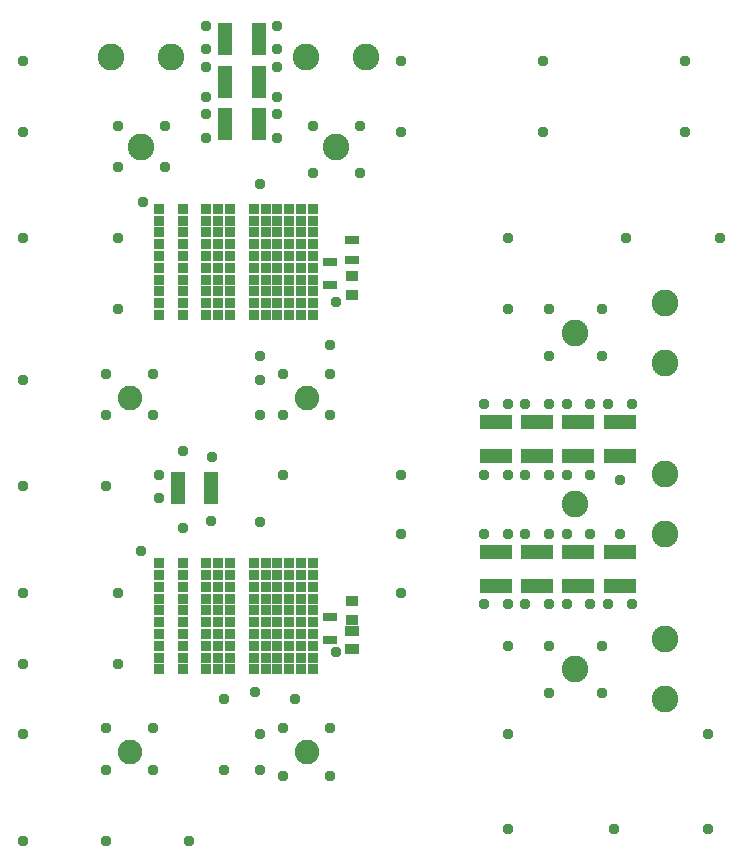
<source format=gbr>
G04 EAGLE Gerber RS-274X export*
G75*
%MOMM*%
%FSLAX34Y34*%
%LPD*%
%INSoldermask Top*%
%IPPOS*%
%AMOC8*
5,1,8,0,0,1.08239X$1,22.5*%
G01*
%ADD10R,1.143000X0.756400*%
%ADD11R,1.264400X2.692400*%
%ADD12R,0.812800X0.812800*%
%ADD13C,2.260600*%
%ADD14R,1.193800X0.911200*%
%ADD15R,1.003197X0.953200*%
%ADD16R,1.016000X0.959600*%
%ADD17R,1.203200X0.753200*%
%ADD18C,2.082800*%
%ADD19R,2.692400X1.264400*%
%ADD20C,0.959600*%


D10*
X330000Y549751D03*
X330000Y530249D03*
D11*
X240804Y738800D03*
X269196Y738800D03*
X240804Y702600D03*
X269196Y702600D03*
X240804Y666400D03*
X269196Y666400D03*
D12*
X315000Y505000D03*
X305000Y505000D03*
X295000Y505000D03*
X285000Y505000D03*
X275000Y505000D03*
X265000Y505000D03*
X245000Y505000D03*
X235000Y505000D03*
X225000Y505000D03*
X205000Y505000D03*
X185000Y505000D03*
X315000Y515000D03*
X305000Y515000D03*
X295000Y515000D03*
X285000Y515000D03*
X275000Y515000D03*
X265000Y515000D03*
X245000Y515000D03*
X235000Y515000D03*
X225000Y515000D03*
X205000Y515000D03*
X185000Y515000D03*
X315000Y525000D03*
X305000Y525000D03*
X295000Y525000D03*
X285000Y525000D03*
X275000Y525000D03*
X265000Y525000D03*
X245000Y525000D03*
X235000Y525000D03*
X225000Y525000D03*
X205000Y525000D03*
X185000Y525000D03*
X315000Y535000D03*
X305000Y535000D03*
X295000Y535000D03*
X285000Y535000D03*
X275000Y535000D03*
X265000Y535000D03*
X245000Y535000D03*
X235000Y535000D03*
X225000Y535000D03*
X205000Y535000D03*
X185000Y535000D03*
X315000Y545000D03*
X305000Y545000D03*
X295000Y545000D03*
X285000Y545000D03*
X275000Y545000D03*
X265000Y545000D03*
X245000Y545000D03*
X235000Y545000D03*
X225000Y545000D03*
X205000Y545000D03*
X185000Y545000D03*
X315000Y555000D03*
X305000Y555000D03*
X295000Y555000D03*
X285000Y555000D03*
X275000Y555000D03*
X265000Y555000D03*
X245000Y555000D03*
X235000Y555000D03*
X225000Y555000D03*
X205000Y555000D03*
X185000Y555000D03*
X315000Y565000D03*
X305000Y565000D03*
X295000Y565000D03*
X285000Y565000D03*
X275000Y565000D03*
X265000Y565000D03*
X245000Y565000D03*
X235000Y565000D03*
X225000Y565000D03*
X205000Y565000D03*
X185000Y565000D03*
X315000Y575000D03*
X305000Y575000D03*
X295000Y575000D03*
X285000Y575000D03*
X275000Y575000D03*
X265000Y575000D03*
X245000Y575000D03*
X235000Y575000D03*
X225000Y575000D03*
X205000Y575000D03*
X185000Y575000D03*
X315000Y585000D03*
X305000Y585000D03*
X295000Y585000D03*
X285000Y585000D03*
X275000Y585000D03*
X265000Y585000D03*
X245000Y585000D03*
X235000Y585000D03*
X225000Y585000D03*
X205000Y585000D03*
X185000Y585000D03*
X315000Y595000D03*
X305000Y595000D03*
X295000Y595000D03*
X285000Y595000D03*
X275000Y595000D03*
X265000Y595000D03*
X245000Y595000D03*
X235000Y595000D03*
X225000Y595000D03*
X205000Y595000D03*
X185000Y595000D03*
D11*
X229196Y358800D03*
X200804Y358800D03*
D12*
X315000Y205000D03*
X305000Y205000D03*
X295000Y205000D03*
X285000Y205000D03*
X275000Y205000D03*
X265000Y205000D03*
X245000Y205000D03*
X235000Y205000D03*
X225000Y205000D03*
X205000Y205000D03*
X185000Y205000D03*
X315000Y215000D03*
X305000Y215000D03*
X295000Y215000D03*
X285000Y215000D03*
X275000Y215000D03*
X265000Y215000D03*
X245000Y215000D03*
X235000Y215000D03*
X225000Y215000D03*
X205000Y215000D03*
X185000Y215000D03*
X315000Y225000D03*
X305000Y225000D03*
X295000Y225000D03*
X285000Y225000D03*
X275000Y225000D03*
X265000Y225000D03*
X245000Y225000D03*
X235000Y225000D03*
X225000Y225000D03*
X205000Y225000D03*
X185000Y225000D03*
X315000Y235000D03*
X305000Y235000D03*
X295000Y235000D03*
X285000Y235000D03*
X275000Y235000D03*
X265000Y235000D03*
X245000Y235000D03*
X235000Y235000D03*
X225000Y235000D03*
X205000Y235000D03*
X185000Y235000D03*
X315000Y245000D03*
X305000Y245000D03*
X295000Y245000D03*
X285000Y245000D03*
X275000Y245000D03*
X265000Y245000D03*
X245000Y245000D03*
X235000Y245000D03*
X225000Y245000D03*
X205000Y245000D03*
X185000Y245000D03*
X315000Y255000D03*
X305000Y255000D03*
X295000Y255000D03*
X285000Y255000D03*
X275000Y255000D03*
X265000Y255000D03*
X245000Y255000D03*
X235000Y255000D03*
X225000Y255000D03*
X205000Y255000D03*
X185000Y255000D03*
X315000Y265000D03*
X305000Y265000D03*
X295000Y265000D03*
X285000Y265000D03*
X275000Y265000D03*
X265000Y265000D03*
X245000Y265000D03*
X235000Y265000D03*
X225000Y265000D03*
X205000Y265000D03*
X185000Y265000D03*
X315000Y275000D03*
X305000Y275000D03*
X295000Y275000D03*
X285000Y275000D03*
X275000Y275000D03*
X265000Y275000D03*
X245000Y275000D03*
X235000Y275000D03*
X225000Y275000D03*
X205000Y275000D03*
X185000Y275000D03*
X315000Y285000D03*
X305000Y285000D03*
X295000Y285000D03*
X285000Y285000D03*
X275000Y285000D03*
X265000Y285000D03*
X245000Y285000D03*
X235000Y285000D03*
X225000Y285000D03*
X205000Y285000D03*
X185000Y285000D03*
X315000Y295000D03*
X305000Y295000D03*
X295000Y295000D03*
X285000Y295000D03*
X275000Y295000D03*
X265000Y295000D03*
X245000Y295000D03*
X235000Y295000D03*
X225000Y295000D03*
X205000Y295000D03*
X185000Y295000D03*
D10*
X330000Y249751D03*
X330000Y230249D03*
D13*
X170000Y647000D03*
X144600Y723200D03*
X195400Y723200D03*
X335000Y647000D03*
X309600Y723200D03*
X360400Y723200D03*
X537000Y205000D03*
X613200Y230400D03*
X613200Y179600D03*
X537000Y490000D03*
X613200Y515400D03*
X613200Y464600D03*
X537000Y345000D03*
X613200Y370400D03*
X613200Y319600D03*
D14*
X348000Y237477D03*
X348000Y222523D03*
D15*
X348000Y247250D03*
X348000Y262750D03*
D16*
X348000Y522281D03*
X348000Y537719D03*
D17*
X348000Y568250D03*
X348000Y551750D03*
D18*
X160000Y435000D03*
X310000Y435000D03*
X160000Y135000D03*
X310000Y135000D03*
D19*
X470000Y275804D03*
X470000Y304196D03*
X505000Y275804D03*
X505000Y304196D03*
X540000Y275804D03*
X540000Y304196D03*
X575000Y275804D03*
X575000Y304196D03*
X470000Y414196D03*
X470000Y385804D03*
X505000Y414196D03*
X505000Y385804D03*
X540000Y414196D03*
X540000Y385804D03*
X575000Y414196D03*
X575000Y385804D03*
D20*
X70000Y660000D03*
X70000Y720000D03*
X190000Y665000D03*
X150000Y665000D03*
X190000Y630000D03*
X225000Y655000D03*
X225000Y675000D03*
X225000Y690000D03*
X225000Y715000D03*
X225000Y730000D03*
X225000Y750000D03*
X230000Y385000D03*
X229000Y331000D03*
X150000Y630000D03*
X285000Y750000D03*
X285000Y730000D03*
X285000Y715000D03*
X285000Y690000D03*
X285000Y675000D03*
X285000Y655000D03*
X270000Y616000D03*
X315000Y665000D03*
X315000Y625000D03*
X355000Y665000D03*
X355000Y625000D03*
X390000Y660000D03*
X390000Y720000D03*
X510000Y720000D03*
X510000Y660000D03*
X630000Y660000D03*
X630000Y720000D03*
X290000Y370000D03*
X270000Y330000D03*
X390000Y370000D03*
X390000Y320000D03*
X390000Y270000D03*
X210000Y60000D03*
X140000Y60000D03*
X70000Y60000D03*
X460000Y370000D03*
X480000Y370000D03*
X495000Y370000D03*
X515000Y370000D03*
X530000Y370000D03*
X550000Y370000D03*
X460000Y320000D03*
X480000Y320000D03*
X495000Y320000D03*
X515000Y320000D03*
X530000Y320000D03*
X550000Y320000D03*
X205000Y325000D03*
X185000Y350000D03*
X185000Y370000D03*
X205000Y390000D03*
X140000Y360000D03*
X70000Y360000D03*
X575000Y365000D03*
X575000Y320000D03*
X335000Y516300D03*
X270000Y470000D03*
X480000Y430000D03*
X460000Y430000D03*
X330000Y420000D03*
X290000Y420000D03*
X270000Y420000D03*
X270000Y450000D03*
X290000Y455000D03*
X330000Y480000D03*
X330000Y455000D03*
X480000Y570000D03*
X580000Y570000D03*
X660000Y570000D03*
X480000Y510000D03*
X515000Y510000D03*
X560000Y510000D03*
X515000Y470000D03*
X560000Y470000D03*
X495000Y430000D03*
X515000Y430000D03*
X530000Y430000D03*
X550000Y430000D03*
X565000Y430000D03*
X585000Y430000D03*
X171000Y601000D03*
X150000Y570000D03*
X70000Y570000D03*
X150000Y510000D03*
X70000Y450000D03*
X140000Y455000D03*
X140000Y420000D03*
X180000Y455000D03*
X180000Y420000D03*
X335000Y220000D03*
X266000Y186000D03*
X240000Y180000D03*
X240000Y120000D03*
X270000Y150000D03*
X270000Y120000D03*
X300000Y180000D03*
X290000Y155000D03*
X290000Y115000D03*
X330000Y115000D03*
X330000Y155000D03*
X460000Y260000D03*
X480000Y260000D03*
X495000Y260000D03*
X515000Y260000D03*
X530000Y260000D03*
X550000Y260000D03*
X565000Y260000D03*
X585000Y260000D03*
X480000Y225000D03*
X515000Y225000D03*
X560000Y225000D03*
X515000Y185000D03*
X560000Y185000D03*
X480000Y150000D03*
X650000Y150000D03*
X570000Y70000D03*
X480000Y70000D03*
X650000Y70000D03*
X170000Y305000D03*
X70000Y270000D03*
X150000Y270000D03*
X150000Y210000D03*
X70000Y210000D03*
X70000Y150000D03*
X140000Y155000D03*
X140000Y120000D03*
X180000Y155000D03*
X180000Y120000D03*
M02*

</source>
